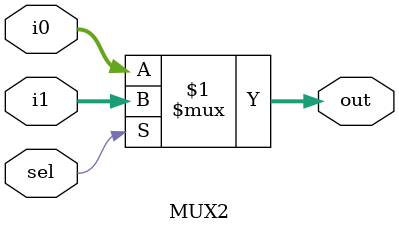
<source format=v>
module MUX2(input [7:0] i0, i1, input sel, output [7:0] out);

assign out = sel ? i1 : i0;

endmodule
</source>
